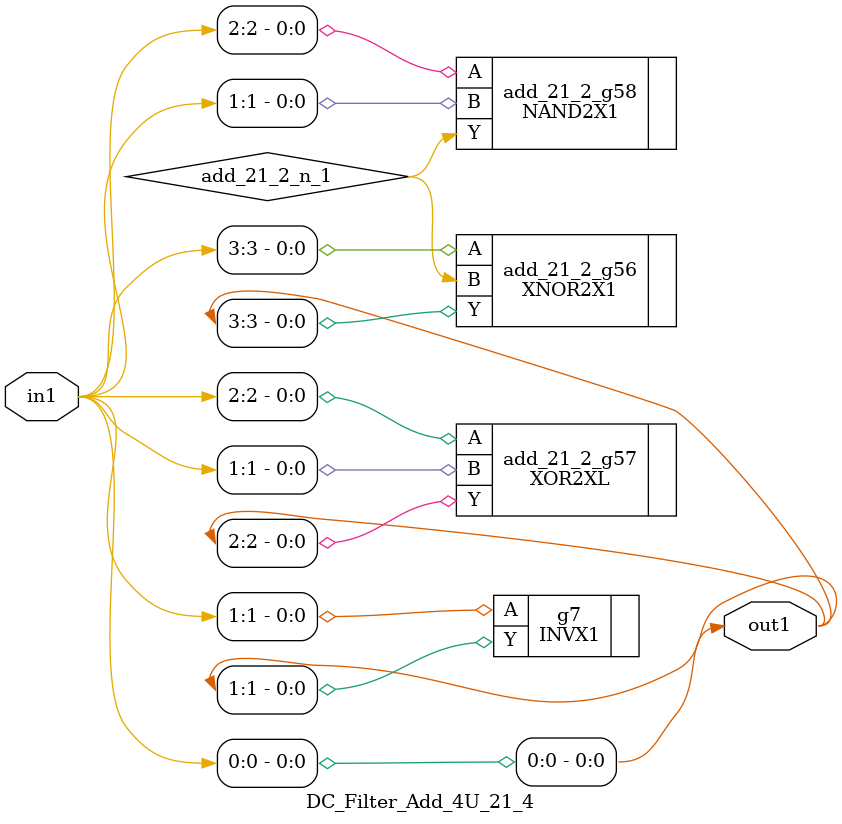
<source format=v>
`timescale 1ps / 1ps


module DC_Filter_Add_4U_21_4(in1, out1);
  input [3:0] in1;
  output [3:0] out1;
  wire [3:0] in1;
  wire [3:0] out1;
  wire add_21_2_n_1;
  assign out1[0] = in1[0];
  INVX1 g7(.A (in1[1]), .Y (out1[1]));
  XNOR2X1 add_21_2_g56(.A (in1[3]), .B (add_21_2_n_1), .Y (out1[3]));
  XOR2XL add_21_2_g57(.A (in1[2]), .B (in1[1]), .Y (out1[2]));
  NAND2X1 add_21_2_g58(.A (in1[2]), .B (in1[1]), .Y (add_21_2_n_1));
endmodule



</source>
